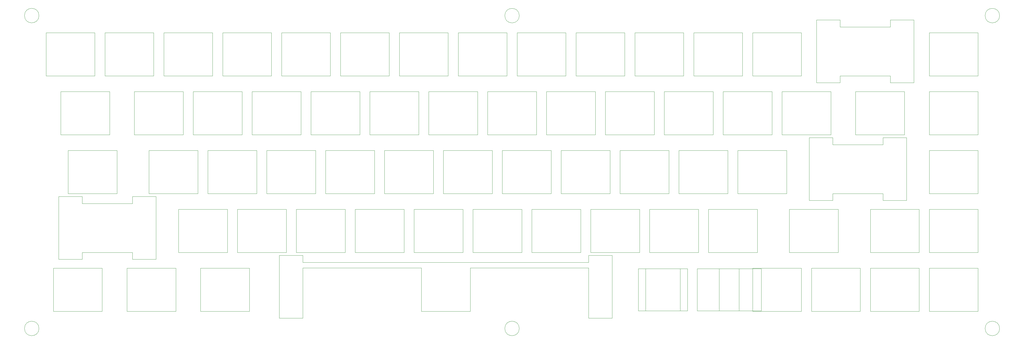
<source format=gbr>
G04 #@! TF.GenerationSoftware,KiCad,Pcbnew,(5.1.5)-3*
G04 #@! TF.CreationDate,2020-03-18T20:23:38-05:00*
G04 #@! TF.ProjectId,Advanced-PCB,41647661-6e63-4656-942d-5043422e6b69,rev?*
G04 #@! TF.SameCoordinates,Original*
G04 #@! TF.FileFunction,Other,User*
%FSLAX46Y46*%
G04 Gerber Fmt 4.6, Leading zero omitted, Abs format (unit mm)*
G04 Created by KiCad (PCBNEW (5.1.5)-3) date 2020-03-18 20:23:38*
%MOMM*%
%LPD*%
G04 APERTURE LIST*
%ADD10C,0.100000*%
%ADD11C,0.050000*%
G04 APERTURE END LIST*
D10*
X19881250Y-139675000D02*
X19881250Y-125675000D01*
X35681250Y-139675000D02*
X35681250Y-125675000D01*
X35681250Y-139675000D02*
X19881250Y-139675000D01*
X35681250Y-125675000D02*
X19881250Y-125675000D01*
X303250000Y-63475000D02*
X303250000Y-49475000D01*
X319050000Y-63475000D02*
X319050000Y-49475000D01*
X319050000Y-63475000D02*
X303250000Y-63475000D01*
X319050000Y-49475000D02*
X303250000Y-49475000D01*
X43693750Y-139675000D02*
X43693750Y-125675000D01*
X59493750Y-139675000D02*
X59493750Y-125675000D01*
X59493750Y-139675000D02*
X43693750Y-139675000D01*
X59493750Y-125675000D02*
X43693750Y-125675000D01*
D11*
X15242980Y-145186740D02*
G75*
G03X15242980Y-145186740I-2350000J0D01*
G01*
X170642720Y-43944880D02*
G75*
G03X170642720Y-43944880I-2350000J0D01*
G01*
X170637640Y-145186740D02*
G75*
G03X170637640Y-145186740I-2350000J0D01*
G01*
X326039920Y-145194360D02*
G75*
G03X326039920Y-145194360I-2350000J0D01*
G01*
X326037380Y-43937260D02*
G75*
G03X326037380Y-43937260I-2350000J0D01*
G01*
X15242980Y-43929640D02*
G75*
G03X15242980Y-43929640I-2350000J0D01*
G01*
D10*
X241750000Y-139475000D02*
X228150000Y-139475000D01*
X228150000Y-125875000D02*
X228150000Y-139475000D01*
X241750000Y-125875000D02*
X228150000Y-125875000D01*
X241750000Y-125875000D02*
X241750000Y-139475000D01*
X222700000Y-139475000D02*
X209100000Y-139475000D01*
X209100000Y-125875000D02*
X209100000Y-139475000D01*
X222700000Y-125875000D02*
X209100000Y-125875000D01*
X222700000Y-125875000D02*
X222700000Y-139475000D01*
X246100000Y-139675000D02*
X246100000Y-125675000D01*
X261900000Y-139675000D02*
X261900000Y-125675000D01*
X261900000Y-139675000D02*
X246100000Y-139675000D01*
X261900000Y-125675000D02*
X246100000Y-125675000D01*
X79412500Y-120625000D02*
X79412500Y-106625000D01*
X95212500Y-120625000D02*
X95212500Y-106625000D01*
X95212500Y-120625000D02*
X79412500Y-120625000D01*
X95212500Y-106625000D02*
X79412500Y-106625000D01*
X65125000Y-82525000D02*
X65125000Y-68525000D01*
X80925000Y-82525000D02*
X80925000Y-68525000D01*
X80925000Y-82525000D02*
X65125000Y-82525000D01*
X80925000Y-68525000D02*
X65125000Y-68525000D01*
X248893750Y-125875000D02*
X248893750Y-139475000D01*
X248893750Y-139475000D02*
X235293750Y-139475000D01*
X235293750Y-139475000D02*
X235293750Y-125875000D01*
X248893750Y-125875000D02*
X235293750Y-125875000D01*
X225081250Y-125875000D02*
X225081250Y-139475000D01*
X225081250Y-139475000D02*
X211481250Y-139475000D01*
X211481250Y-139475000D02*
X211481250Y-125875000D01*
X225081250Y-125875000D02*
X211481250Y-125875000D01*
X29178250Y-120625000D02*
X29178250Y-122769000D01*
X45434250Y-120625000D02*
X45434250Y-122769000D01*
X29178250Y-104735000D02*
X45434250Y-104735000D01*
X21558250Y-102449000D02*
X29178250Y-102449000D01*
X21558250Y-122769000D02*
X29178250Y-122769000D01*
X21558250Y-122769000D02*
X21558250Y-102449000D01*
X29178250Y-104735000D02*
X29178250Y-102449000D01*
X45434250Y-120625000D02*
X29178250Y-120625000D01*
X45434250Y-104735000D02*
X45434250Y-102449000D01*
X45434250Y-102449000D02*
X53054250Y-102449000D01*
X53054250Y-122769000D02*
X53054250Y-102449000D01*
X45434250Y-122769000D02*
X53054250Y-122769000D01*
X24643750Y-101575000D02*
X24643750Y-87575000D01*
X40443750Y-101575000D02*
X40443750Y-87575000D01*
X40443750Y-101575000D02*
X24643750Y-101575000D01*
X40443750Y-87575000D02*
X24643750Y-87575000D01*
X22262500Y-82525000D02*
X22262500Y-68525000D01*
X38062500Y-82525000D02*
X38062500Y-68525000D01*
X38062500Y-82525000D02*
X22262500Y-82525000D01*
X38062500Y-68525000D02*
X22262500Y-68525000D01*
X17500000Y-63475000D02*
X17500000Y-49475000D01*
X33300000Y-63475000D02*
X33300000Y-49475000D01*
X33300000Y-63475000D02*
X17500000Y-63475000D01*
X33300000Y-49475000D02*
X17500000Y-49475000D01*
X165137500Y-101575000D02*
X165137500Y-87575000D01*
X180937500Y-101575000D02*
X180937500Y-87575000D01*
X180937500Y-101575000D02*
X165137500Y-101575000D01*
X180937500Y-87575000D02*
X165137500Y-87575000D01*
X141325000Y-82525000D02*
X141325000Y-68525000D01*
X157125000Y-82525000D02*
X157125000Y-68525000D01*
X157125000Y-82525000D02*
X141325000Y-82525000D01*
X157125000Y-68525000D02*
X141325000Y-68525000D01*
X146087500Y-101575000D02*
X146087500Y-87575000D01*
X161887500Y-101575000D02*
X161887500Y-87575000D01*
X161887500Y-101575000D02*
X146087500Y-101575000D01*
X161887500Y-87575000D02*
X146087500Y-87575000D01*
X222287500Y-101575000D02*
X222287500Y-87575000D01*
X238087500Y-101575000D02*
X238087500Y-87575000D01*
X238087500Y-101575000D02*
X222287500Y-101575000D01*
X238087500Y-87575000D02*
X222287500Y-87575000D01*
X303250000Y-82525000D02*
X303250000Y-68525000D01*
X319050000Y-82525000D02*
X319050000Y-68525000D01*
X319050000Y-82525000D02*
X303250000Y-82525000D01*
X319050000Y-68525000D02*
X303250000Y-68525000D01*
X303250000Y-139675000D02*
X303250000Y-125675000D01*
X319050000Y-139675000D02*
X319050000Y-125675000D01*
X319050000Y-139675000D02*
X303250000Y-139675000D01*
X319050000Y-125675000D02*
X303250000Y-125675000D01*
X303250000Y-120625000D02*
X303250000Y-106625000D01*
X319050000Y-120625000D02*
X319050000Y-106625000D01*
X319050000Y-120625000D02*
X303250000Y-120625000D01*
X319050000Y-106625000D02*
X303250000Y-106625000D01*
X303250000Y-101575000D02*
X303250000Y-87575000D01*
X319050000Y-101575000D02*
X319050000Y-87575000D01*
X319050000Y-101575000D02*
X303250000Y-101575000D01*
X319050000Y-87575000D02*
X303250000Y-87575000D01*
X279437500Y-82525000D02*
X279437500Y-68525000D01*
X295237500Y-82525000D02*
X295237500Y-68525000D01*
X295237500Y-82525000D02*
X279437500Y-82525000D01*
X295237500Y-68525000D02*
X279437500Y-68525000D01*
X274447000Y-63475000D02*
X274447000Y-65619000D01*
X290703000Y-63475000D02*
X290703000Y-65619000D01*
X274447000Y-47585000D02*
X290703000Y-47585000D01*
X266827000Y-45299000D02*
X274447000Y-45299000D01*
X266827000Y-65619000D02*
X274447000Y-65619000D01*
X266827000Y-65619000D02*
X266827000Y-45299000D01*
X274447000Y-47585000D02*
X274447000Y-45299000D01*
X290703000Y-63475000D02*
X274447000Y-63475000D01*
X290703000Y-47585000D02*
X290703000Y-45299000D01*
X290703000Y-45299000D02*
X298323000Y-45299000D01*
X298323000Y-65619000D02*
X298323000Y-45299000D01*
X290703000Y-65619000D02*
X298323000Y-65619000D01*
X284200000Y-139675000D02*
X284200000Y-125675000D01*
X300000000Y-139675000D02*
X300000000Y-125675000D01*
X300000000Y-139675000D02*
X284200000Y-139675000D01*
X300000000Y-125675000D02*
X284200000Y-125675000D01*
X284200000Y-120625000D02*
X284200000Y-106625000D01*
X300000000Y-120625000D02*
X300000000Y-106625000D01*
X300000000Y-120625000D02*
X284200000Y-120625000D01*
X300000000Y-106625000D02*
X284200000Y-106625000D01*
X272065750Y-101575000D02*
X272065750Y-103719000D01*
X288321750Y-101575000D02*
X288321750Y-103719000D01*
X272065750Y-85685000D02*
X288321750Y-85685000D01*
X264445750Y-83399000D02*
X272065750Y-83399000D01*
X264445750Y-103719000D02*
X272065750Y-103719000D01*
X264445750Y-103719000D02*
X264445750Y-83399000D01*
X272065750Y-85685000D02*
X272065750Y-83399000D01*
X288321750Y-101575000D02*
X272065750Y-101575000D01*
X288321750Y-85685000D02*
X288321750Y-83399000D01*
X288321750Y-83399000D02*
X295941750Y-83399000D01*
X295941750Y-103719000D02*
X295941750Y-83399000D01*
X288321750Y-103719000D02*
X295941750Y-103719000D01*
X255625000Y-82525000D02*
X255625000Y-68525000D01*
X271425000Y-82525000D02*
X271425000Y-68525000D01*
X271425000Y-82525000D02*
X255625000Y-82525000D01*
X271425000Y-68525000D02*
X255625000Y-68525000D01*
X246100000Y-63475000D02*
X246100000Y-49475000D01*
X261900000Y-63475000D02*
X261900000Y-49475000D01*
X261900000Y-63475000D02*
X246100000Y-63475000D01*
X261900000Y-49475000D02*
X246100000Y-49475000D01*
X265150000Y-139675000D02*
X265150000Y-125675000D01*
X280950000Y-139675000D02*
X280950000Y-125675000D01*
X280950000Y-139675000D02*
X265150000Y-139675000D01*
X280950000Y-125675000D02*
X265150000Y-125675000D01*
X258006250Y-120625000D02*
X258006250Y-106625000D01*
X273806250Y-120625000D02*
X273806250Y-106625000D01*
X273806250Y-120625000D02*
X258006250Y-120625000D01*
X273806250Y-106625000D02*
X258006250Y-106625000D01*
X241337500Y-101575000D02*
X241337500Y-87575000D01*
X257137500Y-101575000D02*
X257137500Y-87575000D01*
X257137500Y-101575000D02*
X241337500Y-101575000D01*
X257137500Y-87575000D02*
X241337500Y-87575000D01*
X236575000Y-82525000D02*
X236575000Y-68525000D01*
X252375000Y-82525000D02*
X252375000Y-68525000D01*
X252375000Y-82525000D02*
X236575000Y-82525000D01*
X252375000Y-68525000D02*
X236575000Y-68525000D01*
X227050000Y-63475000D02*
X227050000Y-49475000D01*
X242850000Y-63475000D02*
X242850000Y-49475000D01*
X242850000Y-63475000D02*
X227050000Y-63475000D01*
X242850000Y-49475000D02*
X227050000Y-49475000D01*
X231812500Y-120625000D02*
X231812500Y-106625000D01*
X247612500Y-120625000D02*
X247612500Y-106625000D01*
X247612500Y-120625000D02*
X231812500Y-120625000D01*
X247612500Y-106625000D02*
X231812500Y-106625000D01*
X217525000Y-82525000D02*
X217525000Y-68525000D01*
X233325000Y-82525000D02*
X233325000Y-68525000D01*
X233325000Y-82525000D02*
X217525000Y-82525000D01*
X233325000Y-68525000D02*
X217525000Y-68525000D01*
X208000000Y-63475000D02*
X208000000Y-49475000D01*
X223800000Y-63475000D02*
X223800000Y-49475000D01*
X223800000Y-63475000D02*
X208000000Y-63475000D01*
X223800000Y-49475000D02*
X208000000Y-49475000D01*
X212762500Y-120625000D02*
X212762500Y-106625000D01*
X228562500Y-120625000D02*
X228562500Y-106625000D01*
X228562500Y-120625000D02*
X212762500Y-120625000D01*
X228562500Y-106625000D02*
X212762500Y-106625000D01*
X203237500Y-101575000D02*
X203237500Y-87575000D01*
X219037500Y-101575000D02*
X219037500Y-87575000D01*
X219037500Y-101575000D02*
X203237500Y-101575000D01*
X219037500Y-87575000D02*
X203237500Y-87575000D01*
X198475000Y-82525000D02*
X198475000Y-68525000D01*
X214275000Y-82525000D02*
X214275000Y-68525000D01*
X214275000Y-82525000D02*
X198475000Y-82525000D01*
X214275000Y-68525000D02*
X198475000Y-68525000D01*
X188950000Y-63475000D02*
X188950000Y-49475000D01*
X204750000Y-63475000D02*
X204750000Y-49475000D01*
X204750000Y-63475000D02*
X188950000Y-63475000D01*
X204750000Y-49475000D02*
X188950000Y-49475000D01*
X193712500Y-120625000D02*
X193712500Y-106625000D01*
X209512500Y-120625000D02*
X209512500Y-106625000D01*
X209512500Y-120625000D02*
X193712500Y-120625000D01*
X209512500Y-106625000D02*
X193712500Y-106625000D01*
X184187500Y-101575000D02*
X184187500Y-87575000D01*
X199987500Y-101575000D02*
X199987500Y-87575000D01*
X199987500Y-101575000D02*
X184187500Y-101575000D01*
X199987500Y-87575000D02*
X184187500Y-87575000D01*
X179425000Y-82525000D02*
X179425000Y-68525000D01*
X195225000Y-82525000D02*
X195225000Y-68525000D01*
X195225000Y-82525000D02*
X179425000Y-82525000D01*
X195225000Y-68525000D02*
X179425000Y-68525000D01*
X169900000Y-63475000D02*
X169900000Y-49475000D01*
X185700000Y-63475000D02*
X185700000Y-49475000D01*
X185700000Y-63475000D02*
X169900000Y-63475000D01*
X185700000Y-49475000D02*
X169900000Y-49475000D01*
X174662500Y-120625000D02*
X174662500Y-106625000D01*
X190462500Y-120625000D02*
X190462500Y-106625000D01*
X190462500Y-120625000D02*
X174662500Y-120625000D01*
X190462500Y-106625000D02*
X174662500Y-106625000D01*
X160375000Y-82525000D02*
X160375000Y-68525000D01*
X176175000Y-82525000D02*
X176175000Y-68525000D01*
X176175000Y-82525000D02*
X160375000Y-82525000D01*
X176175000Y-68525000D02*
X160375000Y-68525000D01*
X150850000Y-63475000D02*
X150850000Y-49475000D01*
X166650000Y-63475000D02*
X166650000Y-49475000D01*
X166650000Y-63475000D02*
X150850000Y-63475000D01*
X166650000Y-49475000D02*
X150850000Y-49475000D01*
X155612500Y-120625000D02*
X155612500Y-106625000D01*
X171412500Y-120625000D02*
X171412500Y-106625000D01*
X171412500Y-120625000D02*
X155612500Y-120625000D01*
X171412500Y-106625000D02*
X155612500Y-106625000D01*
X131800000Y-63475000D02*
X131800000Y-49475000D01*
X147600000Y-63475000D02*
X147600000Y-49475000D01*
X147600000Y-63475000D02*
X131800000Y-63475000D01*
X147600000Y-49475000D02*
X131800000Y-49475000D01*
X193071750Y-125563000D02*
X193071750Y-141819000D01*
X193071750Y-123785000D02*
X193071750Y-121499000D01*
X200691750Y-141819000D02*
X200691750Y-121499000D01*
X200691750Y-121499000D02*
X193071750Y-121499000D01*
X200691750Y-141819000D02*
X193071750Y-141819000D01*
X193071750Y-125563000D02*
X154743750Y-125563000D01*
X154743750Y-139675000D02*
X154743750Y-125563000D01*
X138943750Y-139675000D02*
X138943750Y-125563000D01*
X138943750Y-139675000D02*
X154743750Y-139675000D01*
X100615750Y-125563000D02*
X100615750Y-141819000D01*
X100615750Y-123785000D02*
X193071750Y-123785000D01*
X100615750Y-125563000D02*
X138943750Y-125563000D01*
X92995750Y-141819000D02*
X100615750Y-141819000D01*
X92995750Y-141819000D02*
X92995750Y-121499000D01*
X100615750Y-123785000D02*
X100615750Y-121499000D01*
X92995750Y-121499000D02*
X100615750Y-121499000D01*
X136562500Y-120625000D02*
X136562500Y-106625000D01*
X152362500Y-120625000D02*
X152362500Y-106625000D01*
X152362500Y-120625000D02*
X136562500Y-120625000D01*
X152362500Y-106625000D02*
X136562500Y-106625000D01*
X127037500Y-101575000D02*
X127037500Y-87575000D01*
X142837500Y-101575000D02*
X142837500Y-87575000D01*
X142837500Y-101575000D02*
X127037500Y-101575000D01*
X142837500Y-87575000D02*
X127037500Y-87575000D01*
X122275000Y-82525000D02*
X122275000Y-68525000D01*
X138075000Y-82525000D02*
X138075000Y-68525000D01*
X138075000Y-82525000D02*
X122275000Y-82525000D01*
X138075000Y-68525000D02*
X122275000Y-68525000D01*
X112750000Y-63475000D02*
X112750000Y-49475000D01*
X128550000Y-63475000D02*
X128550000Y-49475000D01*
X128550000Y-63475000D02*
X112750000Y-63475000D01*
X128550000Y-49475000D02*
X112750000Y-49475000D01*
X117512500Y-120625000D02*
X117512500Y-106625000D01*
X133312500Y-120625000D02*
X133312500Y-106625000D01*
X133312500Y-120625000D02*
X117512500Y-120625000D01*
X133312500Y-106625000D02*
X117512500Y-106625000D01*
X107987500Y-101575000D02*
X107987500Y-87575000D01*
X123787500Y-101575000D02*
X123787500Y-87575000D01*
X123787500Y-101575000D02*
X107987500Y-101575000D01*
X123787500Y-87575000D02*
X107987500Y-87575000D01*
X103225000Y-82525000D02*
X103225000Y-68525000D01*
X119025000Y-82525000D02*
X119025000Y-68525000D01*
X119025000Y-82525000D02*
X103225000Y-82525000D01*
X119025000Y-68525000D02*
X103225000Y-68525000D01*
X93700000Y-63475000D02*
X93700000Y-49475000D01*
X109500000Y-63475000D02*
X109500000Y-49475000D01*
X109500000Y-63475000D02*
X93700000Y-63475000D01*
X109500000Y-49475000D02*
X93700000Y-49475000D01*
X98462500Y-120625000D02*
X98462500Y-106625000D01*
X114262500Y-120625000D02*
X114262500Y-106625000D01*
X114262500Y-120625000D02*
X98462500Y-120625000D01*
X114262500Y-106625000D02*
X98462500Y-106625000D01*
X88937500Y-101575000D02*
X88937500Y-87575000D01*
X104737500Y-101575000D02*
X104737500Y-87575000D01*
X104737500Y-101575000D02*
X88937500Y-101575000D01*
X104737500Y-87575000D02*
X88937500Y-87575000D01*
X84175000Y-82525000D02*
X84175000Y-68525000D01*
X99975000Y-82525000D02*
X99975000Y-68525000D01*
X99975000Y-82525000D02*
X84175000Y-82525000D01*
X99975000Y-68525000D02*
X84175000Y-68525000D01*
X74650000Y-63475000D02*
X74650000Y-49475000D01*
X90450000Y-63475000D02*
X90450000Y-49475000D01*
X90450000Y-63475000D02*
X74650000Y-63475000D01*
X90450000Y-49475000D02*
X74650000Y-49475000D01*
X67506250Y-139675000D02*
X67506250Y-125675000D01*
X83306250Y-139675000D02*
X83306250Y-125675000D01*
X83306250Y-139675000D02*
X67506250Y-139675000D01*
X83306250Y-125675000D02*
X67506250Y-125675000D01*
X69887500Y-101575000D02*
X69887500Y-87575000D01*
X85687500Y-101575000D02*
X85687500Y-87575000D01*
X85687500Y-101575000D02*
X69887500Y-101575000D01*
X85687500Y-87575000D02*
X69887500Y-87575000D01*
X55600000Y-63475000D02*
X55600000Y-49475000D01*
X71400000Y-63475000D02*
X71400000Y-49475000D01*
X71400000Y-63475000D02*
X55600000Y-63475000D01*
X71400000Y-49475000D02*
X55600000Y-49475000D01*
X60362500Y-120625000D02*
X60362500Y-106625000D01*
X76162500Y-120625000D02*
X76162500Y-106625000D01*
X76162500Y-120625000D02*
X60362500Y-120625000D01*
X76162500Y-106625000D02*
X60362500Y-106625000D01*
X50837500Y-101575000D02*
X50837500Y-87575000D01*
X66637500Y-101575000D02*
X66637500Y-87575000D01*
X66637500Y-101575000D02*
X50837500Y-101575000D01*
X66637500Y-87575000D02*
X50837500Y-87575000D01*
X46075000Y-82525000D02*
X46075000Y-68525000D01*
X61875000Y-82525000D02*
X61875000Y-68525000D01*
X61875000Y-82525000D02*
X46075000Y-82525000D01*
X61875000Y-68525000D02*
X46075000Y-68525000D01*
X36550000Y-63475000D02*
X36550000Y-49475000D01*
X52350000Y-63475000D02*
X52350000Y-49475000D01*
X52350000Y-63475000D02*
X36550000Y-63475000D01*
X52350000Y-49475000D02*
X36550000Y-49475000D01*
M02*

</source>
